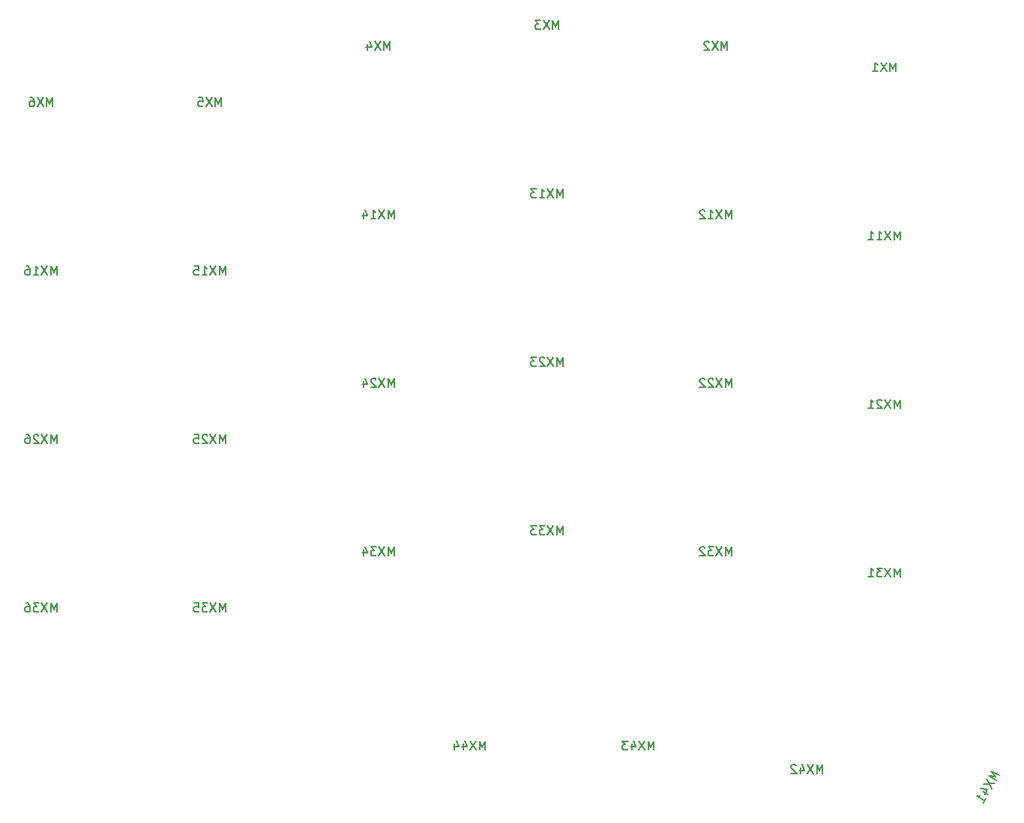
<source format=gbr>
%TF.GenerationSoftware,KiCad,Pcbnew,(5.1.9-0-10_14)*%
%TF.CreationDate,2021-09-05T15:48:43-05:00*%
%TF.ProjectId,wren-plain,7772656e-2d70-46c6-9169-6e2e6b696361,rev?*%
%TF.SameCoordinates,Original*%
%TF.FileFunction,Legend,Bot*%
%TF.FilePolarity,Positive*%
%FSLAX46Y46*%
G04 Gerber Fmt 4.6, Leading zero omitted, Abs format (unit mm)*
G04 Created by KiCad (PCBNEW (5.1.9-0-10_14)) date 2021-09-05 15:48:43*
%MOMM*%
%LPD*%
G01*
G04 APERTURE LIST*
%ADD10C,0.150000*%
G04 APERTURE END LIST*
%TO.C,MX6*%
D10*
X126698214Y-28709880D02*
X126698214Y-27709880D01*
X126364880Y-28424166D01*
X126031547Y-27709880D01*
X126031547Y-28709880D01*
X125650595Y-27709880D02*
X124983928Y-28709880D01*
X124983928Y-27709880D02*
X125650595Y-28709880D01*
X124174404Y-27709880D02*
X124364880Y-27709880D01*
X124460119Y-27757500D01*
X124507738Y-27805119D01*
X124602976Y-27947976D01*
X124650595Y-28138452D01*
X124650595Y-28519404D01*
X124602976Y-28614642D01*
X124555357Y-28662261D01*
X124460119Y-28709880D01*
X124269642Y-28709880D01*
X124174404Y-28662261D01*
X124126785Y-28614642D01*
X124079166Y-28519404D01*
X124079166Y-28281309D01*
X124126785Y-28186071D01*
X124174404Y-28138452D01*
X124269642Y-28090833D01*
X124460119Y-28090833D01*
X124555357Y-28138452D01*
X124602976Y-28186071D01*
X124650595Y-28281309D01*
%TO.C,MX36*%
X127174404Y-85859880D02*
X127174404Y-84859880D01*
X126841071Y-85574166D01*
X126507738Y-84859880D01*
X126507738Y-85859880D01*
X126126785Y-84859880D02*
X125460119Y-85859880D01*
X125460119Y-84859880D02*
X126126785Y-85859880D01*
X125174404Y-84859880D02*
X124555357Y-84859880D01*
X124888690Y-85240833D01*
X124745833Y-85240833D01*
X124650595Y-85288452D01*
X124602976Y-85336071D01*
X124555357Y-85431309D01*
X124555357Y-85669404D01*
X124602976Y-85764642D01*
X124650595Y-85812261D01*
X124745833Y-85859880D01*
X125031547Y-85859880D01*
X125126785Y-85812261D01*
X125174404Y-85764642D01*
X123698214Y-84859880D02*
X123888690Y-84859880D01*
X123983928Y-84907500D01*
X124031547Y-84955119D01*
X124126785Y-85097976D01*
X124174404Y-85288452D01*
X124174404Y-85669404D01*
X124126785Y-85764642D01*
X124079166Y-85812261D01*
X123983928Y-85859880D01*
X123793452Y-85859880D01*
X123698214Y-85812261D01*
X123650595Y-85764642D01*
X123602976Y-85669404D01*
X123602976Y-85431309D01*
X123650595Y-85336071D01*
X123698214Y-85288452D01*
X123793452Y-85240833D01*
X123983928Y-85240833D01*
X124079166Y-85288452D01*
X124126785Y-85336071D01*
X124174404Y-85431309D01*
%TO.C,MX41*%
X233607685Y-104332586D02*
X232741660Y-103832586D01*
X233193583Y-104478404D01*
X232408327Y-104409936D01*
X233274352Y-104909936D01*
X232217850Y-104739850D02*
X232750542Y-105817201D01*
X231884517Y-105317201D02*
X233083876Y-105239850D01*
X231768430Y-106184936D02*
X232345781Y-106518269D01*
X231557563Y-105788263D02*
X232295201Y-105939209D01*
X231985677Y-106475320D01*
X231821971Y-107425534D02*
X232107685Y-106930662D01*
X231964828Y-107178098D02*
X231098803Y-106678098D01*
X231270140Y-106667048D01*
X231400237Y-106632188D01*
X231489096Y-106573519D01*
%TO.C,MX15*%
X146224404Y-47759880D02*
X146224404Y-46759880D01*
X145891071Y-47474166D01*
X145557738Y-46759880D01*
X145557738Y-47759880D01*
X145176785Y-46759880D02*
X144510119Y-47759880D01*
X144510119Y-46759880D02*
X145176785Y-47759880D01*
X143605357Y-47759880D02*
X144176785Y-47759880D01*
X143891071Y-47759880D02*
X143891071Y-46759880D01*
X143986309Y-46902738D01*
X144081547Y-46997976D01*
X144176785Y-47045595D01*
X142700595Y-46759880D02*
X143176785Y-46759880D01*
X143224404Y-47236071D01*
X143176785Y-47188452D01*
X143081547Y-47140833D01*
X142843452Y-47140833D01*
X142748214Y-47188452D01*
X142700595Y-47236071D01*
X142652976Y-47331309D01*
X142652976Y-47569404D01*
X142700595Y-47664642D01*
X142748214Y-47712261D01*
X142843452Y-47759880D01*
X143081547Y-47759880D01*
X143176785Y-47712261D01*
X143224404Y-47664642D01*
%TO.C,MX44*%
X175586904Y-101449130D02*
X175586904Y-100449130D01*
X175253571Y-101163416D01*
X174920238Y-100449130D01*
X174920238Y-101449130D01*
X174539285Y-100449130D02*
X173872619Y-101449130D01*
X173872619Y-100449130D02*
X174539285Y-101449130D01*
X173063095Y-100782464D02*
X173063095Y-101449130D01*
X173301190Y-100401511D02*
X173539285Y-101115797D01*
X172920238Y-101115797D01*
X172110714Y-100782464D02*
X172110714Y-101449130D01*
X172348809Y-100401511D02*
X172586904Y-101115797D01*
X171967857Y-101115797D01*
%TO.C,MX43*%
X194636904Y-101449130D02*
X194636904Y-100449130D01*
X194303571Y-101163416D01*
X193970238Y-100449130D01*
X193970238Y-101449130D01*
X193589285Y-100449130D02*
X192922619Y-101449130D01*
X192922619Y-100449130D02*
X193589285Y-101449130D01*
X192113095Y-100782464D02*
X192113095Y-101449130D01*
X192351190Y-100401511D02*
X192589285Y-101115797D01*
X191970238Y-101115797D01*
X191684523Y-100449130D02*
X191065476Y-100449130D01*
X191398809Y-100830083D01*
X191255952Y-100830083D01*
X191160714Y-100877702D01*
X191113095Y-100925321D01*
X191065476Y-101020559D01*
X191065476Y-101258654D01*
X191113095Y-101353892D01*
X191160714Y-101401511D01*
X191255952Y-101449130D01*
X191541666Y-101449130D01*
X191636904Y-101401511D01*
X191684523Y-101353892D01*
%TO.C,MX42*%
X213686904Y-104116130D02*
X213686904Y-103116130D01*
X213353571Y-103830416D01*
X213020238Y-103116130D01*
X213020238Y-104116130D01*
X212639285Y-103116130D02*
X211972619Y-104116130D01*
X211972619Y-103116130D02*
X212639285Y-104116130D01*
X211163095Y-103449464D02*
X211163095Y-104116130D01*
X211401190Y-103068511D02*
X211639285Y-103782797D01*
X211020238Y-103782797D01*
X210686904Y-103211369D02*
X210639285Y-103163750D01*
X210544047Y-103116130D01*
X210305952Y-103116130D01*
X210210714Y-103163750D01*
X210163095Y-103211369D01*
X210115476Y-103306607D01*
X210115476Y-103401845D01*
X210163095Y-103544702D01*
X210734523Y-104116130D01*
X210115476Y-104116130D01*
%TO.C,MX35*%
X146224404Y-85859880D02*
X146224404Y-84859880D01*
X145891071Y-85574166D01*
X145557738Y-84859880D01*
X145557738Y-85859880D01*
X145176785Y-84859880D02*
X144510119Y-85859880D01*
X144510119Y-84859880D02*
X145176785Y-85859880D01*
X144224404Y-84859880D02*
X143605357Y-84859880D01*
X143938690Y-85240833D01*
X143795833Y-85240833D01*
X143700595Y-85288452D01*
X143652976Y-85336071D01*
X143605357Y-85431309D01*
X143605357Y-85669404D01*
X143652976Y-85764642D01*
X143700595Y-85812261D01*
X143795833Y-85859880D01*
X144081547Y-85859880D01*
X144176785Y-85812261D01*
X144224404Y-85764642D01*
X142700595Y-84859880D02*
X143176785Y-84859880D01*
X143224404Y-85336071D01*
X143176785Y-85288452D01*
X143081547Y-85240833D01*
X142843452Y-85240833D01*
X142748214Y-85288452D01*
X142700595Y-85336071D01*
X142652976Y-85431309D01*
X142652976Y-85669404D01*
X142700595Y-85764642D01*
X142748214Y-85812261D01*
X142843452Y-85859880D01*
X143081547Y-85859880D01*
X143176785Y-85812261D01*
X143224404Y-85764642D01*
%TO.C,MX34*%
X165274404Y-79509880D02*
X165274404Y-78509880D01*
X164941071Y-79224166D01*
X164607738Y-78509880D01*
X164607738Y-79509880D01*
X164226785Y-78509880D02*
X163560119Y-79509880D01*
X163560119Y-78509880D02*
X164226785Y-79509880D01*
X163274404Y-78509880D02*
X162655357Y-78509880D01*
X162988690Y-78890833D01*
X162845833Y-78890833D01*
X162750595Y-78938452D01*
X162702976Y-78986071D01*
X162655357Y-79081309D01*
X162655357Y-79319404D01*
X162702976Y-79414642D01*
X162750595Y-79462261D01*
X162845833Y-79509880D01*
X163131547Y-79509880D01*
X163226785Y-79462261D01*
X163274404Y-79414642D01*
X161798214Y-78843214D02*
X161798214Y-79509880D01*
X162036309Y-78462261D02*
X162274404Y-79176547D01*
X161655357Y-79176547D01*
%TO.C,MX33*%
X184324404Y-77128630D02*
X184324404Y-76128630D01*
X183991071Y-76842916D01*
X183657738Y-76128630D01*
X183657738Y-77128630D01*
X183276785Y-76128630D02*
X182610119Y-77128630D01*
X182610119Y-76128630D02*
X183276785Y-77128630D01*
X182324404Y-76128630D02*
X181705357Y-76128630D01*
X182038690Y-76509583D01*
X181895833Y-76509583D01*
X181800595Y-76557202D01*
X181752976Y-76604821D01*
X181705357Y-76700059D01*
X181705357Y-76938154D01*
X181752976Y-77033392D01*
X181800595Y-77081011D01*
X181895833Y-77128630D01*
X182181547Y-77128630D01*
X182276785Y-77081011D01*
X182324404Y-77033392D01*
X181372023Y-76128630D02*
X180752976Y-76128630D01*
X181086309Y-76509583D01*
X180943452Y-76509583D01*
X180848214Y-76557202D01*
X180800595Y-76604821D01*
X180752976Y-76700059D01*
X180752976Y-76938154D01*
X180800595Y-77033392D01*
X180848214Y-77081011D01*
X180943452Y-77128630D01*
X181229166Y-77128630D01*
X181324404Y-77081011D01*
X181372023Y-77033392D01*
%TO.C,MX32*%
X203374404Y-79509880D02*
X203374404Y-78509880D01*
X203041071Y-79224166D01*
X202707738Y-78509880D01*
X202707738Y-79509880D01*
X202326785Y-78509880D02*
X201660119Y-79509880D01*
X201660119Y-78509880D02*
X202326785Y-79509880D01*
X201374404Y-78509880D02*
X200755357Y-78509880D01*
X201088690Y-78890833D01*
X200945833Y-78890833D01*
X200850595Y-78938452D01*
X200802976Y-78986071D01*
X200755357Y-79081309D01*
X200755357Y-79319404D01*
X200802976Y-79414642D01*
X200850595Y-79462261D01*
X200945833Y-79509880D01*
X201231547Y-79509880D01*
X201326785Y-79462261D01*
X201374404Y-79414642D01*
X200374404Y-78605119D02*
X200326785Y-78557500D01*
X200231547Y-78509880D01*
X199993452Y-78509880D01*
X199898214Y-78557500D01*
X199850595Y-78605119D01*
X199802976Y-78700357D01*
X199802976Y-78795595D01*
X199850595Y-78938452D01*
X200422023Y-79509880D01*
X199802976Y-79509880D01*
%TO.C,MX31*%
X222424404Y-81891130D02*
X222424404Y-80891130D01*
X222091071Y-81605416D01*
X221757738Y-80891130D01*
X221757738Y-81891130D01*
X221376785Y-80891130D02*
X220710119Y-81891130D01*
X220710119Y-80891130D02*
X221376785Y-81891130D01*
X220424404Y-80891130D02*
X219805357Y-80891130D01*
X220138690Y-81272083D01*
X219995833Y-81272083D01*
X219900595Y-81319702D01*
X219852976Y-81367321D01*
X219805357Y-81462559D01*
X219805357Y-81700654D01*
X219852976Y-81795892D01*
X219900595Y-81843511D01*
X219995833Y-81891130D01*
X220281547Y-81891130D01*
X220376785Y-81843511D01*
X220424404Y-81795892D01*
X218852976Y-81891130D02*
X219424404Y-81891130D01*
X219138690Y-81891130D02*
X219138690Y-80891130D01*
X219233928Y-81033988D01*
X219329166Y-81129226D01*
X219424404Y-81176845D01*
%TO.C,MX26*%
X127174404Y-66809880D02*
X127174404Y-65809880D01*
X126841071Y-66524166D01*
X126507738Y-65809880D01*
X126507738Y-66809880D01*
X126126785Y-65809880D02*
X125460119Y-66809880D01*
X125460119Y-65809880D02*
X126126785Y-66809880D01*
X125126785Y-65905119D02*
X125079166Y-65857500D01*
X124983928Y-65809880D01*
X124745833Y-65809880D01*
X124650595Y-65857500D01*
X124602976Y-65905119D01*
X124555357Y-66000357D01*
X124555357Y-66095595D01*
X124602976Y-66238452D01*
X125174404Y-66809880D01*
X124555357Y-66809880D01*
X123698214Y-65809880D02*
X123888690Y-65809880D01*
X123983928Y-65857500D01*
X124031547Y-65905119D01*
X124126785Y-66047976D01*
X124174404Y-66238452D01*
X124174404Y-66619404D01*
X124126785Y-66714642D01*
X124079166Y-66762261D01*
X123983928Y-66809880D01*
X123793452Y-66809880D01*
X123698214Y-66762261D01*
X123650595Y-66714642D01*
X123602976Y-66619404D01*
X123602976Y-66381309D01*
X123650595Y-66286071D01*
X123698214Y-66238452D01*
X123793452Y-66190833D01*
X123983928Y-66190833D01*
X124079166Y-66238452D01*
X124126785Y-66286071D01*
X124174404Y-66381309D01*
%TO.C,MX25*%
X146224404Y-66809880D02*
X146224404Y-65809880D01*
X145891071Y-66524166D01*
X145557738Y-65809880D01*
X145557738Y-66809880D01*
X145176785Y-65809880D02*
X144510119Y-66809880D01*
X144510119Y-65809880D02*
X145176785Y-66809880D01*
X144176785Y-65905119D02*
X144129166Y-65857500D01*
X144033928Y-65809880D01*
X143795833Y-65809880D01*
X143700595Y-65857500D01*
X143652976Y-65905119D01*
X143605357Y-66000357D01*
X143605357Y-66095595D01*
X143652976Y-66238452D01*
X144224404Y-66809880D01*
X143605357Y-66809880D01*
X142700595Y-65809880D02*
X143176785Y-65809880D01*
X143224404Y-66286071D01*
X143176785Y-66238452D01*
X143081547Y-66190833D01*
X142843452Y-66190833D01*
X142748214Y-66238452D01*
X142700595Y-66286071D01*
X142652976Y-66381309D01*
X142652976Y-66619404D01*
X142700595Y-66714642D01*
X142748214Y-66762261D01*
X142843452Y-66809880D01*
X143081547Y-66809880D01*
X143176785Y-66762261D01*
X143224404Y-66714642D01*
%TO.C,MX24*%
X165274404Y-60459880D02*
X165274404Y-59459880D01*
X164941071Y-60174166D01*
X164607738Y-59459880D01*
X164607738Y-60459880D01*
X164226785Y-59459880D02*
X163560119Y-60459880D01*
X163560119Y-59459880D02*
X164226785Y-60459880D01*
X163226785Y-59555119D02*
X163179166Y-59507500D01*
X163083928Y-59459880D01*
X162845833Y-59459880D01*
X162750595Y-59507500D01*
X162702976Y-59555119D01*
X162655357Y-59650357D01*
X162655357Y-59745595D01*
X162702976Y-59888452D01*
X163274404Y-60459880D01*
X162655357Y-60459880D01*
X161798214Y-59793214D02*
X161798214Y-60459880D01*
X162036309Y-59412261D02*
X162274404Y-60126547D01*
X161655357Y-60126547D01*
%TO.C,MX23*%
X184324404Y-58078630D02*
X184324404Y-57078630D01*
X183991071Y-57792916D01*
X183657738Y-57078630D01*
X183657738Y-58078630D01*
X183276785Y-57078630D02*
X182610119Y-58078630D01*
X182610119Y-57078630D02*
X183276785Y-58078630D01*
X182276785Y-57173869D02*
X182229166Y-57126250D01*
X182133928Y-57078630D01*
X181895833Y-57078630D01*
X181800595Y-57126250D01*
X181752976Y-57173869D01*
X181705357Y-57269107D01*
X181705357Y-57364345D01*
X181752976Y-57507202D01*
X182324404Y-58078630D01*
X181705357Y-58078630D01*
X181372023Y-57078630D02*
X180752976Y-57078630D01*
X181086309Y-57459583D01*
X180943452Y-57459583D01*
X180848214Y-57507202D01*
X180800595Y-57554821D01*
X180752976Y-57650059D01*
X180752976Y-57888154D01*
X180800595Y-57983392D01*
X180848214Y-58031011D01*
X180943452Y-58078630D01*
X181229166Y-58078630D01*
X181324404Y-58031011D01*
X181372023Y-57983392D01*
%TO.C,MX22*%
X203374404Y-60459880D02*
X203374404Y-59459880D01*
X203041071Y-60174166D01*
X202707738Y-59459880D01*
X202707738Y-60459880D01*
X202326785Y-59459880D02*
X201660119Y-60459880D01*
X201660119Y-59459880D02*
X202326785Y-60459880D01*
X201326785Y-59555119D02*
X201279166Y-59507500D01*
X201183928Y-59459880D01*
X200945833Y-59459880D01*
X200850595Y-59507500D01*
X200802976Y-59555119D01*
X200755357Y-59650357D01*
X200755357Y-59745595D01*
X200802976Y-59888452D01*
X201374404Y-60459880D01*
X200755357Y-60459880D01*
X200374404Y-59555119D02*
X200326785Y-59507500D01*
X200231547Y-59459880D01*
X199993452Y-59459880D01*
X199898214Y-59507500D01*
X199850595Y-59555119D01*
X199802976Y-59650357D01*
X199802976Y-59745595D01*
X199850595Y-59888452D01*
X200422023Y-60459880D01*
X199802976Y-60459880D01*
%TO.C,MX21*%
X222424404Y-62841130D02*
X222424404Y-61841130D01*
X222091071Y-62555416D01*
X221757738Y-61841130D01*
X221757738Y-62841130D01*
X221376785Y-61841130D02*
X220710119Y-62841130D01*
X220710119Y-61841130D02*
X221376785Y-62841130D01*
X220376785Y-61936369D02*
X220329166Y-61888750D01*
X220233928Y-61841130D01*
X219995833Y-61841130D01*
X219900595Y-61888750D01*
X219852976Y-61936369D01*
X219805357Y-62031607D01*
X219805357Y-62126845D01*
X219852976Y-62269702D01*
X220424404Y-62841130D01*
X219805357Y-62841130D01*
X218852976Y-62841130D02*
X219424404Y-62841130D01*
X219138690Y-62841130D02*
X219138690Y-61841130D01*
X219233928Y-61983988D01*
X219329166Y-62079226D01*
X219424404Y-62126845D01*
%TO.C,MX16*%
X127174404Y-47759880D02*
X127174404Y-46759880D01*
X126841071Y-47474166D01*
X126507738Y-46759880D01*
X126507738Y-47759880D01*
X126126785Y-46759880D02*
X125460119Y-47759880D01*
X125460119Y-46759880D02*
X126126785Y-47759880D01*
X124555357Y-47759880D02*
X125126785Y-47759880D01*
X124841071Y-47759880D02*
X124841071Y-46759880D01*
X124936309Y-46902738D01*
X125031547Y-46997976D01*
X125126785Y-47045595D01*
X123698214Y-46759880D02*
X123888690Y-46759880D01*
X123983928Y-46807500D01*
X124031547Y-46855119D01*
X124126785Y-46997976D01*
X124174404Y-47188452D01*
X124174404Y-47569404D01*
X124126785Y-47664642D01*
X124079166Y-47712261D01*
X123983928Y-47759880D01*
X123793452Y-47759880D01*
X123698214Y-47712261D01*
X123650595Y-47664642D01*
X123602976Y-47569404D01*
X123602976Y-47331309D01*
X123650595Y-47236071D01*
X123698214Y-47188452D01*
X123793452Y-47140833D01*
X123983928Y-47140833D01*
X124079166Y-47188452D01*
X124126785Y-47236071D01*
X124174404Y-47331309D01*
%TO.C,MX14*%
X165274404Y-41409880D02*
X165274404Y-40409880D01*
X164941071Y-41124166D01*
X164607738Y-40409880D01*
X164607738Y-41409880D01*
X164226785Y-40409880D02*
X163560119Y-41409880D01*
X163560119Y-40409880D02*
X164226785Y-41409880D01*
X162655357Y-41409880D02*
X163226785Y-41409880D01*
X162941071Y-41409880D02*
X162941071Y-40409880D01*
X163036309Y-40552738D01*
X163131547Y-40647976D01*
X163226785Y-40695595D01*
X161798214Y-40743214D02*
X161798214Y-41409880D01*
X162036309Y-40362261D02*
X162274404Y-41076547D01*
X161655357Y-41076547D01*
%TO.C,MX13*%
X184324404Y-39028630D02*
X184324404Y-38028630D01*
X183991071Y-38742916D01*
X183657738Y-38028630D01*
X183657738Y-39028630D01*
X183276785Y-38028630D02*
X182610119Y-39028630D01*
X182610119Y-38028630D02*
X183276785Y-39028630D01*
X181705357Y-39028630D02*
X182276785Y-39028630D01*
X181991071Y-39028630D02*
X181991071Y-38028630D01*
X182086309Y-38171488D01*
X182181547Y-38266726D01*
X182276785Y-38314345D01*
X181372023Y-38028630D02*
X180752976Y-38028630D01*
X181086309Y-38409583D01*
X180943452Y-38409583D01*
X180848214Y-38457202D01*
X180800595Y-38504821D01*
X180752976Y-38600059D01*
X180752976Y-38838154D01*
X180800595Y-38933392D01*
X180848214Y-38981011D01*
X180943452Y-39028630D01*
X181229166Y-39028630D01*
X181324404Y-38981011D01*
X181372023Y-38933392D01*
%TO.C,MX12*%
X203374404Y-41409880D02*
X203374404Y-40409880D01*
X203041071Y-41124166D01*
X202707738Y-40409880D01*
X202707738Y-41409880D01*
X202326785Y-40409880D02*
X201660119Y-41409880D01*
X201660119Y-40409880D02*
X202326785Y-41409880D01*
X200755357Y-41409880D02*
X201326785Y-41409880D01*
X201041071Y-41409880D02*
X201041071Y-40409880D01*
X201136309Y-40552738D01*
X201231547Y-40647976D01*
X201326785Y-40695595D01*
X200374404Y-40505119D02*
X200326785Y-40457500D01*
X200231547Y-40409880D01*
X199993452Y-40409880D01*
X199898214Y-40457500D01*
X199850595Y-40505119D01*
X199802976Y-40600357D01*
X199802976Y-40695595D01*
X199850595Y-40838452D01*
X200422023Y-41409880D01*
X199802976Y-41409880D01*
%TO.C,MX11*%
X222424404Y-43791130D02*
X222424404Y-42791130D01*
X222091071Y-43505416D01*
X221757738Y-42791130D01*
X221757738Y-43791130D01*
X221376785Y-42791130D02*
X220710119Y-43791130D01*
X220710119Y-42791130D02*
X221376785Y-43791130D01*
X219805357Y-43791130D02*
X220376785Y-43791130D01*
X220091071Y-43791130D02*
X220091071Y-42791130D01*
X220186309Y-42933988D01*
X220281547Y-43029226D01*
X220376785Y-43076845D01*
X218852976Y-43791130D02*
X219424404Y-43791130D01*
X219138690Y-43791130D02*
X219138690Y-42791130D01*
X219233928Y-42933988D01*
X219329166Y-43029226D01*
X219424404Y-43076845D01*
%TO.C,MX5*%
X145748214Y-28709880D02*
X145748214Y-27709880D01*
X145414880Y-28424166D01*
X145081547Y-27709880D01*
X145081547Y-28709880D01*
X144700595Y-27709880D02*
X144033928Y-28709880D01*
X144033928Y-27709880D02*
X144700595Y-28709880D01*
X143176785Y-27709880D02*
X143652976Y-27709880D01*
X143700595Y-28186071D01*
X143652976Y-28138452D01*
X143557738Y-28090833D01*
X143319642Y-28090833D01*
X143224404Y-28138452D01*
X143176785Y-28186071D01*
X143129166Y-28281309D01*
X143129166Y-28519404D01*
X143176785Y-28614642D01*
X143224404Y-28662261D01*
X143319642Y-28709880D01*
X143557738Y-28709880D01*
X143652976Y-28662261D01*
X143700595Y-28614642D01*
%TO.C,MX4*%
X164798214Y-22359880D02*
X164798214Y-21359880D01*
X164464880Y-22074166D01*
X164131547Y-21359880D01*
X164131547Y-22359880D01*
X163750595Y-21359880D02*
X163083928Y-22359880D01*
X163083928Y-21359880D02*
X163750595Y-22359880D01*
X162274404Y-21693214D02*
X162274404Y-22359880D01*
X162512500Y-21312261D02*
X162750595Y-22026547D01*
X162131547Y-22026547D01*
%TO.C,MX3*%
X183848214Y-19978630D02*
X183848214Y-18978630D01*
X183514880Y-19692916D01*
X183181547Y-18978630D01*
X183181547Y-19978630D01*
X182800595Y-18978630D02*
X182133928Y-19978630D01*
X182133928Y-18978630D02*
X182800595Y-19978630D01*
X181848214Y-18978630D02*
X181229166Y-18978630D01*
X181562500Y-19359583D01*
X181419642Y-19359583D01*
X181324404Y-19407202D01*
X181276785Y-19454821D01*
X181229166Y-19550059D01*
X181229166Y-19788154D01*
X181276785Y-19883392D01*
X181324404Y-19931011D01*
X181419642Y-19978630D01*
X181705357Y-19978630D01*
X181800595Y-19931011D01*
X181848214Y-19883392D01*
%TO.C,MX2*%
X202898214Y-22359880D02*
X202898214Y-21359880D01*
X202564880Y-22074166D01*
X202231547Y-21359880D01*
X202231547Y-22359880D01*
X201850595Y-21359880D02*
X201183928Y-22359880D01*
X201183928Y-21359880D02*
X201850595Y-22359880D01*
X200850595Y-21455119D02*
X200802976Y-21407500D01*
X200707738Y-21359880D01*
X200469642Y-21359880D01*
X200374404Y-21407500D01*
X200326785Y-21455119D01*
X200279166Y-21550357D01*
X200279166Y-21645595D01*
X200326785Y-21788452D01*
X200898214Y-22359880D01*
X200279166Y-22359880D01*
%TO.C,MX1*%
X221948214Y-24741130D02*
X221948214Y-23741130D01*
X221614880Y-24455416D01*
X221281547Y-23741130D01*
X221281547Y-24741130D01*
X220900595Y-23741130D02*
X220233928Y-24741130D01*
X220233928Y-23741130D02*
X220900595Y-24741130D01*
X219329166Y-24741130D02*
X219900595Y-24741130D01*
X219614880Y-24741130D02*
X219614880Y-23741130D01*
X219710119Y-23883988D01*
X219805357Y-23979226D01*
X219900595Y-24026845D01*
%TD*%
M02*

</source>
